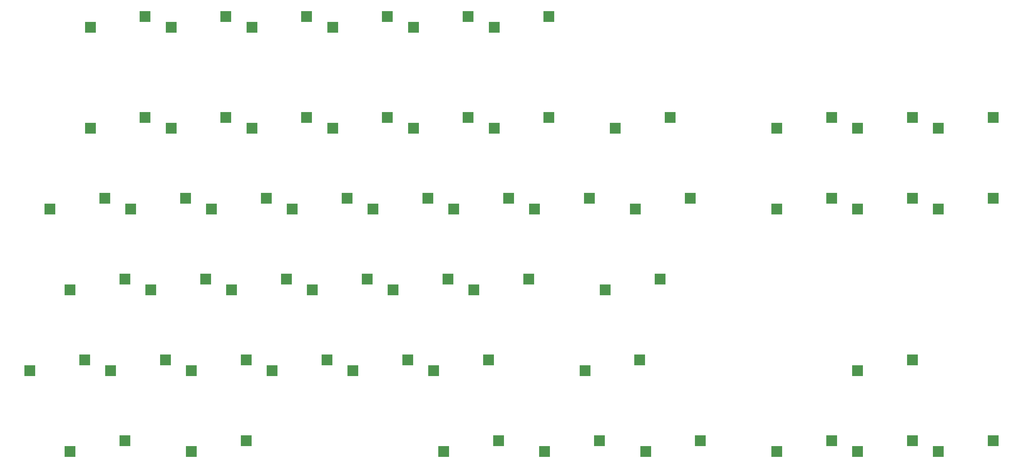
<source format=gbr>
%TF.GenerationSoftware,KiCad,Pcbnew,7.0.5*%
%TF.CreationDate,2023-06-22T07:54:55+00:00*%
%TF.ProjectId,Entry-right,456e7472-792d-4726-9967-68742e6b6963,rev?*%
%TF.SameCoordinates,Original*%
%TF.FileFunction,Paste,Bot*%
%TF.FilePolarity,Positive*%
%FSLAX46Y46*%
G04 Gerber Fmt 4.6, Leading zero omitted, Abs format (unit mm)*
G04 Created by KiCad (PCBNEW 7.0.5) date 2023-06-22 07:54:55*
%MOMM*%
%LPD*%
G01*
G04 APERTURE LIST*
%ADD10R,2.550000X2.500000*%
G04 APERTURE END LIST*
D10*
%TO.C,MX17*%
X96102500Y-77470000D03*
X109029500Y-74930000D03*
%TD*%
%TO.C,MX21*%
X177065000Y-77470000D03*
X189992000Y-74930000D03*
%TD*%
%TO.C,MX33*%
X110390000Y-115570000D03*
X123317000Y-113030000D03*
%TD*%
%TO.C,MX8*%
X67527500Y-58420000D03*
X80454500Y-55880000D03*
%TD*%
%TO.C,MX36*%
X43715000Y-134620000D03*
X56642000Y-132080000D03*
%TD*%
%TO.C,MX42*%
X229452500Y-58420000D03*
X242379500Y-55880000D03*
%TD*%
%TO.C,MX46*%
X248502500Y-77470000D03*
X261429500Y-74930000D03*
%TD*%
%TO.C,MX32*%
X91340000Y-115570000D03*
X104267000Y-113030000D03*
%TD*%
%TO.C,MX23*%
X62765000Y-96520000D03*
X75692000Y-93980000D03*
%TD*%
%TO.C,MX37*%
X72290000Y-134620000D03*
X85217000Y-132080000D03*
%TD*%
%TO.C,MX45*%
X229452500Y-77470000D03*
X242379500Y-74930000D03*
%TD*%
%TO.C,MX27*%
X138965000Y-96520000D03*
X151892000Y-93980000D03*
%TD*%
%TO.C,MX4*%
X105627500Y-34607500D03*
X118554500Y-32067500D03*
%TD*%
%TO.C,MX13*%
X172302500Y-58420000D03*
X185229500Y-55880000D03*
%TD*%
%TO.C,MX29*%
X34190000Y-115570000D03*
X47117000Y-113030000D03*
%TD*%
%TO.C,MX18*%
X115152500Y-77470000D03*
X128079500Y-74930000D03*
%TD*%
%TO.C,MX20*%
X153252500Y-77470000D03*
X166179500Y-74930000D03*
%TD*%
%TO.C,MX48*%
X210402500Y-134620000D03*
X223329500Y-132080000D03*
%TD*%
%TO.C,MX9*%
X86577500Y-58420000D03*
X99504500Y-55880000D03*
%TD*%
%TO.C,MX19*%
X134202500Y-77470000D03*
X147129500Y-74930000D03*
%TD*%
%TO.C,MX25*%
X100865000Y-96520000D03*
X113792000Y-93980000D03*
%TD*%
%TO.C,MX26*%
X119915000Y-96520000D03*
X132842000Y-93980000D03*
%TD*%
%TO.C,MX3*%
X86577500Y-34607500D03*
X99504500Y-32067500D03*
%TD*%
%TO.C,MX31*%
X72290000Y-115570000D03*
X85217000Y-113030000D03*
%TD*%
%TO.C,MX10*%
X105627500Y-58420000D03*
X118554500Y-55880000D03*
%TD*%
%TO.C,MX49*%
X229452500Y-134620000D03*
X242379500Y-132080000D03*
%TD*%
%TO.C,MX11*%
X124677500Y-58420000D03*
X137604500Y-55880000D03*
%TD*%
%TO.C,MX28*%
X169921250Y-96520000D03*
X182848250Y-93980000D03*
%TD*%
%TO.C,MX12*%
X143727500Y-58420000D03*
X156654500Y-55880000D03*
%TD*%
%TO.C,MX44*%
X210402500Y-77470000D03*
X223329500Y-74930000D03*
%TD*%
%TO.C,MX40*%
X179446250Y-134620000D03*
X192373250Y-132080000D03*
%TD*%
%TO.C,MX22*%
X43715000Y-96520000D03*
X56642000Y-93980000D03*
%TD*%
%TO.C,MX14*%
X38952500Y-77470000D03*
X51879500Y-74930000D03*
%TD*%
%TO.C,MX35*%
X165158750Y-115570000D03*
X178085750Y-113030000D03*
%TD*%
%TO.C,MX24*%
X81815000Y-96520000D03*
X94742000Y-93980000D03*
%TD*%
%TO.C,MX43*%
X248502500Y-58420000D03*
X261429500Y-55880000D03*
%TD*%
%TO.C,MX38*%
X131821250Y-134620000D03*
X144748250Y-132080000D03*
%TD*%
%TO.C,MX7*%
X48477500Y-58420000D03*
X61404500Y-55880000D03*
%TD*%
%TO.C,MX30*%
X53240000Y-115570000D03*
X66167000Y-113030000D03*
%TD*%
%TO.C,MX41*%
X210402500Y-58420000D03*
X223329500Y-55880000D03*
%TD*%
%TO.C,MX34*%
X129440000Y-115570000D03*
X142367000Y-113030000D03*
%TD*%
%TO.C,MX47*%
X229452500Y-115570000D03*
X242379500Y-113030000D03*
%TD*%
%TO.C,MX2*%
X67527500Y-34607500D03*
X80454500Y-32067500D03*
%TD*%
%TO.C,MX6*%
X143727500Y-34607500D03*
X156654500Y-32067500D03*
%TD*%
%TO.C,MX39*%
X155633750Y-134620000D03*
X168560750Y-132080000D03*
%TD*%
%TO.C,MX5*%
X124677500Y-34607500D03*
X137604500Y-32067500D03*
%TD*%
%TO.C,MX15*%
X58002500Y-77470000D03*
X70929500Y-74930000D03*
%TD*%
%TO.C,MX1*%
X48477500Y-34607500D03*
X61404500Y-32067500D03*
%TD*%
%TO.C,MX16*%
X77052500Y-77470000D03*
X89979500Y-74930000D03*
%TD*%
%TO.C,MX50*%
X248502500Y-134620000D03*
X261429500Y-132080000D03*
%TD*%
M02*

</source>
